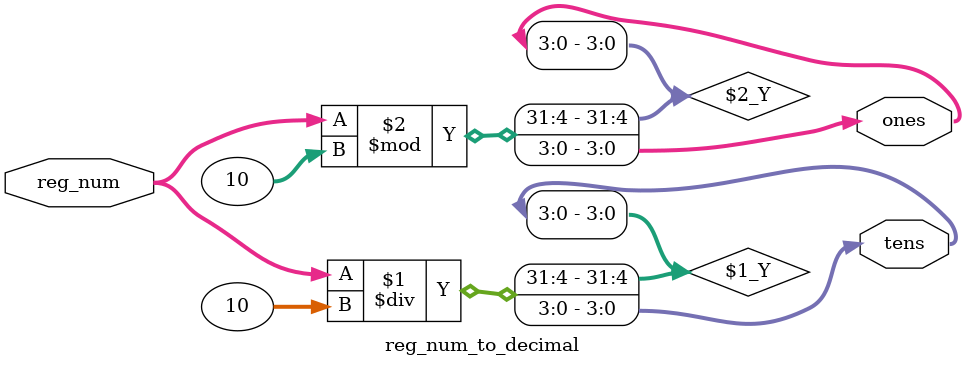
<source format=v>
module reg_num_to_decimal(
    input [4:0] reg_num,     // Register number (0-31)
    output [3:0] tens,       // Tens digit (0-3)
    output [3:0] ones        // Ones digit (0-9)
);
    // Simple division for 2-digit conversion
    assign tens = reg_num / 10;
    assign ones = reg_num % 10;
endmodule
</source>
